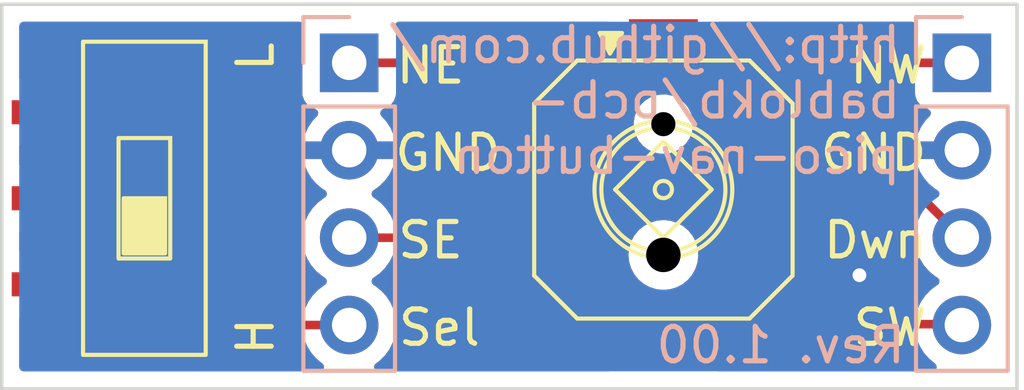
<source format=kicad_pcb>
(kicad_pcb (version 20211014) (generator pcbnew)
  (layers (0 "F.Cu" signal) (31 "B.Cu" signal) (34 "B.Paste" user) (35 "F.Paste" user) (36 "B.SilkS" user "B.Silkscreen") (37 "F.SilkS" user "F.Silkscreen") (38 "B.Mask" user) (39 "F.Mask" user) (44 "Edge.Cuts" user))
  (net 0 "")
  (net 1 "/NW")
  (net 2 "GND")
  (net 3 "/SW")
  (net 4 "/Down")
  (net 5 "/SE")
  (net 6 "/NE")
  (net 7 "/Slide")
  (footprint "user:Nav_Button_5x" (layer "F.Cu") (at 109.1184 103.6828 180)
    (fp_text reference "U1" hide)
    (fp_text value "Nav_Button" hide)
    (fp_line (start 1.4 0) (end 0 1.4) (layer "F.SilkS") (width 0.12))
    (fp_line (start -3.75 2.5) (end -3.75 -2.5) (layer "F.SilkS") (width 0.12))
    (fp_line (start 3.75 2.5) (end 2.5 3.75) (layer "F.SilkS") (width 0.12))
    (fp_line (start 0 1.4) (end -1.4 0) (layer "F.SilkS") (width 0.12))
    (fp_line (start -2.5 -3.75) (end 2.5 -3.75) (layer "F.SilkS") (width 0.12))
    (fp_line (start 0 -1.4) (end 1.4 0) (layer "F.SilkS") (width 0.12))
    (fp_line (start -3.75 -2.5) (end -2.5 -3.75) (layer "F.SilkS") (width 0.12))
    (fp_line (start 2.5 -3.75) (end 3.75 -2.5) (layer "F.SilkS") (width 0.12))
    (fp_line (start 2.5 3.75) (end -2.5 3.75) (layer "F.SilkS") (width 0.12))
    (fp_line (start -1.4 0) (end 0 -1.4) (layer "F.SilkS") (width 0.12))
    (fp_line (start -2.5 3.75) (end -3.75 2.5) (layer "F.SilkS") (width 0.12))
    (fp_line (start 3.75 -2.5) (end 3.75 2.5) (layer "F.SilkS") (width 0.12))
    (fp_circle (center 0 0) (end 2 0) (layer "F.SilkS") (width 0.12) (fill none))
    (fp_circle (center 0 0) (end 0.25 0) (layer "F.SilkS") (width 0.12) (fill none))
    (fp_circle (center 0 0) (end 1.8 0) (layer "F.SilkS") (width 0.12) (fill none))
    (fp_poly (pts (xy 1.85 4.55) (xy 1.2 4.55) (xy 1.55 3.95)) (layer "F.SilkS") (width 0.12) (fill solid))
    (pad "" np_thru_hole circle (at 0 -1.9 180) (size 1 1) (drill 1) (layers *.Mask))
    (pad "" np_thru_hole circle (at 0 1.9 180) (size 0.7 0.7) (drill 0.7) (layers *.Mask))
    (pad "1" smd rect (at -3.3 1.4 180) (size 1.4 1.1) (layers "F.Cu" "F.Paste" "F.Mask") (net 1 "/NW"))
    (pad "2" smd rect (at -3.3 0 180) (size 1.4 1.1) (layers "F.Cu" "F.Paste" "F.Mask") (net 4 "/Down"))
    (pad "3" smd rect (at -3.3 -1.4 180) (size 1.4 1.1) (layers "F.Cu" "F.Paste" "F.Mask") (net 3 "/SW"))
    (pad "4" smd rect (at 3.3 1.4 180) (size 1.4 1.1) (layers "F.Cu" "F.Paste" "F.Mask") (net 6 "/NE"))
    (pad "5" smd rect (at 3.3 0 180) (size 1.4 1.1) (layers "F.Cu" "F.Paste" "F.Mask") (net 2 "GND"))
    (pad "6" smd rect (at 3.3 -1.4 180) (size 1.4 1.1) (layers "F.Cu" "F.Paste" "F.Mask") (net 5 "/SE"))
    (pad "7" smd rect (at 0 4.05 180) (size 2 1.8) (layers "F.Cu" "F.Paste" "F.Mask"))
    (pad "8" smd rect (at 0 -4.05 180) (size 2 1.8) (layers "F.Cu" "F.Paste" "F.Mask"))
  )
  (footprint "user:Slider" (layer "F.Cu") (at 94.0562 103.9368 -90)
    (fp_text reference "U2" hide)
    (fp_text value "Slider" hide)
    (fp_rect (start -1.75 -0.75) (end 1.75 0.75) (layer "F.SilkS") (width 0.12) (fill none))
    (fp_rect (start -4.55 -1.78) (end 4.55 1.78) (layer "F.SilkS") (width 0.12) (fill none))
    (fp_rect (start 0 -0.6) (end 1.6 0.6) (layer "F.SilkS") (width 0.12) (fill solid))
    (pad "1" smd rect (at -2.5 -3.25 270) (size 0.7 1.2) (layers "F.Cu" "F.Paste" "F.Mask"))
    (pad "2" smd rect (at 0 -3.25 270) (size 0.7 1.2) (layers "F.Cu" "F.Paste" "F.Mask") (net 2 "GND"))
    (pad "3" smd rect (at 2.5 -3.25 270) (size 0.7 1.2) (layers "F.Cu" "F.Paste" "F.Mask") (net 7 "/Slide"))
    (pad "4" smd rect (at -2.5 3.25 270) (size 0.7 1.2) (layers "F.Cu" "F.Paste" "F.Mask"))
    (pad "5" smd rect (at 0 3.25 270) (size 0.7 1.2) (layers "F.Cu" "F.Paste" "F.Mask"))
    (pad "6" smd rect (at 2.5 3.25 270) (size 0.7 1.2) (layers "F.Cu" "F.Paste" "F.Mask"))
  )
  (footprint "Connector_PinSocket_2.54mm:PinSocket_1x04_P2.54mm_Vertical" (layer "B.Cu") (at 117.78 100 180)
    (fp_text reference "J1" hide)
    (fp_text value "Conn_01x04" hide)
    (fp_line (start -1.33 -1.27) (end -1.33 -8.95) (layer "B.SilkS") (width 0.12))
    (fp_line (start 0 1.33) (end 1.33 1.33) (layer "B.SilkS") (width 0.12))
    (fp_line (start 1.33 1.33) (end 1.33 0) (layer "B.SilkS") (width 0.12))
    (fp_line (start -1.33 -1.27) (end 1.33 -1.27) (layer "B.SilkS") (width 0.12))
    (fp_line (start 1.33 -1.27) (end 1.33 -8.95) (layer "B.SilkS") (width 0.12))
    (fp_line (start -1.33 -8.95) (end 1.33 -8.95) (layer "B.SilkS") (width 0.12))
    (pad "1" thru_hole rect (at 0 0 180) (size 1.7 1.7) (drill 1) (layers *.Cu *.Mask) (net 1 "/NW"))
    (pad "2" thru_hole oval (at 0 -2.54 180) (size 1.7 1.7) (drill 1) (layers *.Cu *.Mask) (net 2 "GND"))
    (pad "3" thru_hole oval (at 0 -5.08 180) (size 1.7 1.7) (drill 1) (layers *.Cu *.Mask) (net 4 "/Down"))
    (pad "4" thru_hole oval (at 0 -7.62 180) (size 1.7 1.7) (drill 1) (layers *.Cu *.Mask) (net 3 "/SW"))
  )
  (footprint "Connector_PinSocket_2.54mm:PinSocket_1x04_P2.54mm_Vertical" (layer "B.Cu") (at 100 100 180)
    (fp_text reference "J2" hide)
    (fp_text value "Conn_01x04" hide)
    (fp_line (start -1.33 -8.95) (end 1.33 -8.95) (layer "B.SilkS") (width 0.12))
    (fp_line (start -1.33 -1.27) (end 1.33 -1.27) (layer "B.SilkS") (width 0.12))
    (fp_line (start 1.33 1.33) (end 1.33 0) (layer "B.SilkS") (width 0.12))
    (fp_line (start -1.33 -1.27) (end -1.33 -8.95) (layer "B.SilkS") (width 0.12))
    (fp_line (start 1.33 -1.27) (end 1.33 -8.95) (layer "B.SilkS") (width 0.12))
    (fp_line (start 0 1.33) (end 1.33 1.33) (layer "B.SilkS") (width 0.12))
    (pad "1" thru_hole rect (at 0 0 180) (size 1.7 1.7) (drill 1) (layers *.Cu *.Mask) (net 6 "/NE"))
    (pad "2" thru_hole oval (at 0 -2.54 180) (size 1.7 1.7) (drill 1) (layers *.Cu *.Mask) (net 2 "GND"))
    (pad "3" thru_hole oval (at 0 -5.08 180) (size 1.7 1.7) (drill 1) (layers *.Cu *.Mask) (net 5 "/SE"))
    (pad "4" thru_hole oval (at 0 -7.62 180) (size 1.7 1.7) (drill 1) (layers *.Cu *.Mask) (net 7 "/Slide"))
  )
  (gr_line (start 119.38 109.474) (end 89.916 109.474) (layer "Edge.Cuts") (width 0.1))
  (gr_line (start 89.916 109.474) (end 89.916 98.298) (layer "Edge.Cuts") (width 0.1))
  (gr_line (start 119.38 98.298) (end 119.38 109.474) (layer "Edge.Cuts") (width 0.1))
  (gr_line (start 89.916 98.298) (end 119.38 98.298) (layer "Edge.Cuts") (width 0.1))
  (gr_text "http://github.com/\nbablokb/pcb-\npico-nav-button" (at 116.078 101.092) (layer "B.SilkS") (effects (font (size 1 1)) (justify left mirror)))
  (gr_text "Rev. 1.00" (at 112.522 108.204) (layer "B.SilkS") (effects (font (size 1 1)) (justify mirror)))
  (gr_text "Sel" (at 102.616 107.696) (layer "F.SilkS") (effects (font (size 1 1))))
  (gr_text "GND" (at 116.84 102.616) (layer "F.SilkS") (effects (font (size 1 1)) (justify right)))
  (gr_text "Dwn" (at 116.84 105.156) (layer "F.SilkS") (effects (font (size 1 1)) (justify right)))
  (gr_text "SE" (at 102.362 105.156) (layer "F.SilkS") (effects (font (size 1 1))))
  (gr_text "GND" (at 102.87 102.616) (layer "F.SilkS") (effects (font (size 1 1))))
  (gr_text "H" (at 97.282 107.95 90) (layer "F.SilkS") (effects (font (size 1 1))))
  (gr_text "NW" (at 116.84 100.076) (layer "F.SilkS") (effects (font (size 1 1)) (justify right)))
  (gr_text "NE" (at 102.362 100.076) (layer "F.SilkS") (effects (font (size 1 1))))
  (gr_text "L" (at 97.282 99.822 90) (layer "F.SilkS") (effects (font (size 1 1))))
  (gr_text "SW" (at 116.84 107.696) (layer "F.SilkS") (effects (font (size 1 1)) (justify right)))
  (segment (start 117.78 100) (end 114.7012 100) (width 0.25) (layer "F.Cu") (net 1))
  (segment (start 114.7012 100) (end 112.4184 102.2828) (width 0.25) (layer "F.Cu") (net 1))
  (via (at 114.808 106.172) (size 0.8) (drill 0.4) (layers "F.Cu" "B.Cu") (net 2))
  (segment (start 117.78 107.62) (end 117.7544 107.5944) (width 0.25) (layer "F.Cu") (net 3))
  (segment (start 114.93 107.5944) (end 112.4184 105.0828) (width 0.25) (layer "F.Cu") (net 3))
  (segment (start 117.7544 107.5944) (end 114.93 107.5944) (width 0.25) (layer "F.Cu") (net 3))
  (segment (start 117.78 105.08) (end 116.3828 103.6828) (width 0.25) (layer "F.Cu") (net 4))
  (segment (start 116.3828 103.6828) (end 112.4184 103.6828) (width 0.25) (layer "F.Cu") (net 4))
  (segment (start 105.8184 105.0828) (end 100.0028 105.0828) (width 0.25) (layer "F.Cu") (net 5))
  (segment (start 100.0028 105.0828) (end 100 105.08) (width 0.25) (layer "F.Cu") (net 5))
  (segment (start 100.0002 99.9998) (end 100 100) (width 0.25) (layer "F.Cu") (net 6))
  (segment (start 103.5354 99.9998) (end 100.0002 99.9998) (width 0.25) (layer "F.Cu") (net 6))
  (segment (start 105.8184 102.2828) (end 103.5354 99.9998) (width 0.25) (layer "F.Cu") (net 6))
  (segment (start 100 107.62) (end 98.4894 107.62) (width 0.25) (layer "F.Cu") (net 7))
  (segment (start 98.4894 107.62) (end 97.3062 106.4368) (width 0.25) (layer "F.Cu") (net 7))
  (zone (net 2) (net_name "GND") (layers F&B.Cu) (connect_pads (clearance 0.508)) (min_thickness 0.254) (fill yes (thermal_gap 0.508) (thermal_bridge_width 0.508))
    (polygon (pts (xy 119.38 109.22) (xy 89.916 109.474) (xy 89.916 98.298) (xy 119.38 98.298)))
  )
)
</source>
